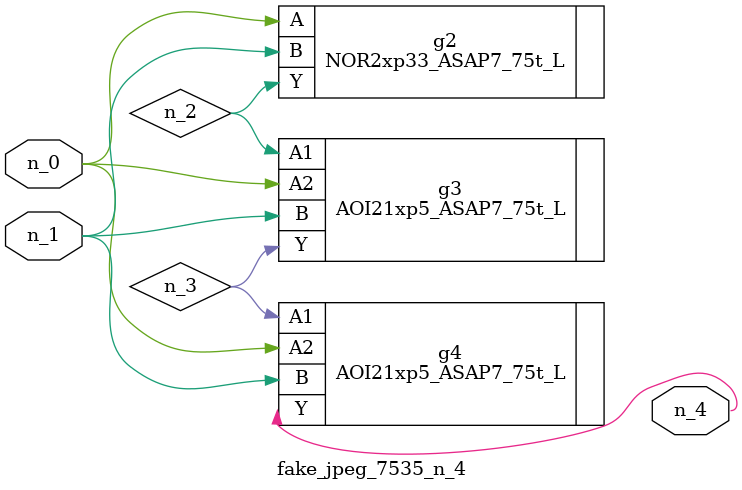
<source format=v>
module fake_jpeg_7535_n_4 (n_0, n_1, n_4);

input n_0;
input n_1;

output n_4;

wire n_2;
wire n_3;

NOR2xp33_ASAP7_75t_L g2 ( 
.A(n_0),
.B(n_1),
.Y(n_2)
);

AOI21xp5_ASAP7_75t_L g3 ( 
.A1(n_2),
.A2(n_0),
.B(n_1),
.Y(n_3)
);

AOI21xp5_ASAP7_75t_L g4 ( 
.A1(n_3),
.A2(n_0),
.B(n_1),
.Y(n_4)
);


endmodule
</source>
